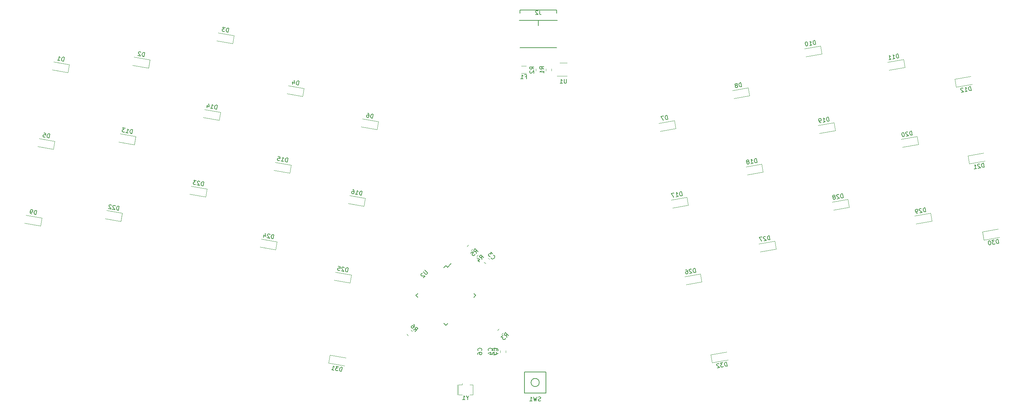
<source format=gbr>
%TF.GenerationSoftware,KiCad,Pcbnew,5.1.6*%
%TF.CreationDate,2020-09-20T21:14:14+03:00*%
%TF.ProjectId,Ball40,42616c6c-3430-42e6-9b69-6361645f7063,rev?*%
%TF.SameCoordinates,Original*%
%TF.FileFunction,Legend,Bot*%
%TF.FilePolarity,Positive*%
%FSLAX46Y46*%
G04 Gerber Fmt 4.6, Leading zero omitted, Abs format (unit mm)*
G04 Created by KiCad (PCBNEW 5.1.6) date 2020-09-20 21:14:14*
%MOMM*%
%LPD*%
G01*
G04 APERTURE LIST*
%ADD10C,0.120000*%
%ADD11C,0.150000*%
G04 APERTURE END LIST*
D10*
%TO.C,Y1*%
X129445000Y-143599000D02*
X129445000Y-143199000D01*
X129645000Y-143599000D02*
X129645000Y-143199000D01*
X133245000Y-143599000D02*
X133245000Y-143199000D01*
X129445000Y-145599000D02*
X129445000Y-143599000D01*
X130645000Y-143199000D02*
X130645000Y-142799000D01*
X130645000Y-143199000D02*
X129645000Y-143199000D01*
X129645000Y-143599000D02*
X129645000Y-145599000D01*
X129645000Y-145599000D02*
X130645000Y-145599000D01*
X132445000Y-145599000D02*
X133245000Y-145599000D01*
X133245000Y-145599000D02*
X133245000Y-143599000D01*
X133245000Y-143199000D02*
X132445000Y-143199000D01*
D11*
%TO.C,U2*%
X127025586Y-114373031D02*
X127927148Y-113471470D01*
X119300445Y-121285000D02*
X119777742Y-120807703D01*
X126619000Y-128603555D02*
X127096297Y-128126258D01*
X133937555Y-121285000D02*
X133460258Y-121762297D01*
X126619000Y-113966445D02*
X126141703Y-114443742D01*
X133937555Y-121285000D02*
X133460258Y-120807703D01*
X126619000Y-128603555D02*
X126141703Y-128126258D01*
X119300445Y-121285000D02*
X119777742Y-121762297D01*
X126619000Y-113966445D02*
X127025586Y-114373031D01*
D10*
%TO.C,U1*%
X156264000Y-67523000D02*
X153814000Y-67523000D01*
X154464000Y-64303000D02*
X156264000Y-64303000D01*
D11*
%TO.C,SW1*%
X151063000Y-140021000D02*
X145863000Y-140021000D01*
X145863000Y-140021000D02*
X145863000Y-145221000D01*
X145863000Y-145221000D02*
X151063000Y-145221000D01*
X151063000Y-145221000D02*
X151063000Y-140021000D01*
X149463000Y-142621000D02*
G75*
G03*
X149463000Y-142621000I-1000000J0D01*
G01*
D10*
%TO.C,R6*%
X117409796Y-131113888D02*
X117044112Y-130748204D01*
X118413888Y-130109796D02*
X118048204Y-129744112D01*
%TO.C,R5*%
X131776112Y-109281796D02*
X132141796Y-108916112D01*
X132780204Y-110285888D02*
X133145888Y-109920204D01*
%TO.C,R4*%
X133173112Y-110727296D02*
X133538796Y-110361612D01*
X134177204Y-111731388D02*
X134542888Y-111365704D01*
%TO.C,R3*%
X139220612Y-129855796D02*
X139586296Y-129490112D01*
X140224704Y-130859888D02*
X140590388Y-130494204D01*
%TO.C,R2*%
X150062000Y-65732922D02*
X150062000Y-66250078D01*
X148642000Y-65732922D02*
X148642000Y-66250078D01*
%TO.C,R1*%
X152475000Y-65702922D02*
X152475000Y-66220078D01*
X151055000Y-65702922D02*
X151055000Y-66220078D01*
D11*
%TO.C,J2*%
X144600000Y-53848000D02*
X153850000Y-53848000D01*
X144750000Y-60508000D02*
X153700000Y-60508000D01*
X153705000Y-52098000D02*
X153700000Y-51338000D01*
X144750000Y-51338000D02*
X153700000Y-51338000D01*
X144750000Y-51338000D02*
X144745000Y-52098000D01*
X149225000Y-53848000D02*
X149225000Y-55118000D01*
D10*
%TO.C,F1*%
X145063936Y-65003000D02*
X146268064Y-65003000D01*
X145063936Y-66823000D02*
X146268064Y-66823000D01*
%TO.C,D32*%
X191759831Y-137773516D02*
X195600581Y-137096288D01*
X191412534Y-135803901D02*
X195253285Y-135126673D01*
X191759831Y-137773516D02*
X191412534Y-135803901D01*
%TO.C,D31*%
X97940534Y-137881099D02*
X101781285Y-138558327D01*
X98287831Y-135911484D02*
X102128581Y-136588712D01*
X97940534Y-137881099D02*
X98287831Y-135911484D01*
%TO.C,D30*%
X258180831Y-107674516D02*
X262021581Y-106997288D01*
X257833534Y-105704901D02*
X261674285Y-105027673D01*
X258180831Y-107674516D02*
X257833534Y-105704901D01*
%TO.C,D29*%
X245120169Y-101113484D02*
X241279419Y-101790712D01*
X245467466Y-103083099D02*
X241626715Y-103760327D01*
X245120169Y-101113484D02*
X245467466Y-103083099D01*
%TO.C,D28*%
X224927169Y-97684484D02*
X221086419Y-98361712D01*
X225274466Y-99654099D02*
X221433715Y-100331327D01*
X224927169Y-97684484D02*
X225274466Y-99654099D01*
%TO.C,D27*%
X207020169Y-107971484D02*
X203179419Y-108648712D01*
X207367466Y-109941099D02*
X203526715Y-110618327D01*
X207020169Y-107971484D02*
X207367466Y-109941099D01*
%TO.C,D26*%
X188860169Y-115972484D02*
X185019419Y-116649712D01*
X189207466Y-117942099D02*
X185366715Y-118619327D01*
X188860169Y-115972484D02*
X189207466Y-117942099D01*
%TO.C,D25*%
X103481466Y-116245901D02*
X99640715Y-115568673D01*
X103134169Y-118215516D02*
X99293419Y-117538288D01*
X103481466Y-116245901D02*
X103134169Y-118215516D01*
%TO.C,D24*%
X85319466Y-108117901D02*
X81478715Y-107440673D01*
X84972169Y-110087516D02*
X81131419Y-109410288D01*
X85319466Y-108117901D02*
X84972169Y-110087516D01*
%TO.C,D23*%
X68175466Y-95163901D02*
X64334715Y-94486673D01*
X67828169Y-97133516D02*
X63987419Y-96456288D01*
X68175466Y-95163901D02*
X67828169Y-97133516D01*
%TO.C,D22*%
X47474466Y-101132901D02*
X43633715Y-100455673D01*
X47127169Y-103102516D02*
X43286419Y-102425288D01*
X47474466Y-101132901D02*
X47127169Y-103102516D01*
%TO.C,D21*%
X254624831Y-89005516D02*
X258465581Y-88328288D01*
X254277534Y-87035901D02*
X258118285Y-86358673D01*
X254624831Y-89005516D02*
X254277534Y-87035901D01*
%TO.C,D20*%
X241818169Y-82317484D02*
X237977419Y-82994712D01*
X242165466Y-84287099D02*
X238324715Y-84964327D01*
X241818169Y-82317484D02*
X242165466Y-84287099D01*
%TO.C,D19*%
X221498169Y-78888484D02*
X217657419Y-79565712D01*
X221845466Y-80858099D02*
X218004715Y-81535327D01*
X221498169Y-78888484D02*
X221845466Y-80858099D01*
%TO.C,D18*%
X203845169Y-89048484D02*
X200004419Y-89725712D01*
X204192466Y-91018099D02*
X200351715Y-91695327D01*
X203845169Y-89048484D02*
X204192466Y-91018099D01*
%TO.C,D17*%
X185557169Y-97176484D02*
X181716419Y-97853712D01*
X185904466Y-99146099D02*
X182063715Y-99823327D01*
X185557169Y-97176484D02*
X185904466Y-99146099D01*
%TO.C,D16*%
X106910466Y-97449901D02*
X103069715Y-96772673D01*
X106563169Y-99419516D02*
X102722419Y-98742288D01*
X106910466Y-97449901D02*
X106563169Y-99419516D01*
%TO.C,D15*%
X88749466Y-89321901D02*
X84908715Y-88644673D01*
X88402169Y-91291516D02*
X84561419Y-90614288D01*
X88749466Y-89321901D02*
X88402169Y-91291516D01*
%TO.C,D14*%
X71477466Y-76367901D02*
X67636715Y-75690673D01*
X71130169Y-78337516D02*
X67289419Y-77660288D01*
X71477466Y-76367901D02*
X71130169Y-78337516D01*
%TO.C,D13*%
X50776466Y-82336901D02*
X46935715Y-81659673D01*
X50429169Y-84306516D02*
X46588419Y-83629288D01*
X50776466Y-82336901D02*
X50429169Y-84306516D01*
%TO.C,D12*%
X251449831Y-70209516D02*
X255290581Y-69532288D01*
X251102534Y-68239901D02*
X254943285Y-67562673D01*
X251449831Y-70209516D02*
X251102534Y-68239901D01*
%TO.C,D11*%
X238516169Y-63394484D02*
X234675419Y-64071712D01*
X238863466Y-65364099D02*
X235022715Y-66041327D01*
X238516169Y-63394484D02*
X238863466Y-65364099D01*
%TO.C,D10*%
X218196169Y-60092484D02*
X214355419Y-60769712D01*
X218543466Y-62062099D02*
X214702715Y-62739327D01*
X218196169Y-60092484D02*
X218543466Y-62062099D01*
%TO.C,D9*%
X27789466Y-102275901D02*
X23948715Y-101598673D01*
X27442169Y-104245516D02*
X23601419Y-103568288D01*
X27789466Y-102275901D02*
X27442169Y-104245516D01*
%TO.C,D8*%
X200543169Y-70379484D02*
X196702419Y-71056712D01*
X200890466Y-72349099D02*
X197049715Y-73026327D01*
X200543169Y-70379484D02*
X200890466Y-72349099D01*
%TO.C,D7*%
X182509169Y-78380484D02*
X178668419Y-79057712D01*
X182856466Y-80350099D02*
X179015715Y-81027327D01*
X182509169Y-78380484D02*
X182856466Y-80350099D01*
%TO.C,D6*%
X110085466Y-78653901D02*
X106244715Y-77976673D01*
X109738169Y-80623516D02*
X105897419Y-79946288D01*
X110085466Y-78653901D02*
X109738169Y-80623516D01*
%TO.C,D5*%
X30964466Y-83479901D02*
X27123715Y-82802673D01*
X30617169Y-85449516D02*
X26776419Y-84772288D01*
X30964466Y-83479901D02*
X30617169Y-85449516D01*
%TO.C,D4*%
X91924466Y-70525901D02*
X88083715Y-69848673D01*
X91577169Y-72495516D02*
X87736419Y-71818288D01*
X91924466Y-70525901D02*
X91577169Y-72495516D01*
%TO.C,D3*%
X74779466Y-57571901D02*
X70938715Y-56894673D01*
X74432169Y-59541516D02*
X70591419Y-58864288D01*
X74779466Y-57571901D02*
X74432169Y-59541516D01*
%TO.C,D2*%
X54205466Y-63540901D02*
X50364715Y-62863673D01*
X53858169Y-65510516D02*
X50017419Y-64833288D01*
X54205466Y-63540901D02*
X53858169Y-65510516D01*
%TO.C,D1*%
X34520466Y-64683901D02*
X30679715Y-64006673D01*
X34173169Y-66653516D02*
X30332419Y-65976288D01*
X34520466Y-64683901D02*
X34173169Y-66653516D01*
%TO.C,C7*%
X141299000Y-134790922D02*
X141299000Y-135308078D01*
X139879000Y-134790922D02*
X139879000Y-135308078D01*
%TO.C,C3*%
X136332796Y-113460888D02*
X135967112Y-113095204D01*
X137336888Y-112456796D02*
X136971204Y-112091112D01*
%TO.C,Y1*%
D11*
X131921190Y-146375190D02*
X131921190Y-146851380D01*
X132254523Y-145851380D02*
X131921190Y-146375190D01*
X131587857Y-145851380D01*
X130730714Y-146851380D02*
X131302142Y-146851380D01*
X131016428Y-146851380D02*
X131016428Y-145851380D01*
X131111666Y-145994238D01*
X131206904Y-146089476D01*
X131302142Y-146137095D01*
%TO.C,U2*%
X121502576Y-115091080D02*
X122074996Y-115663500D01*
X122108668Y-115764515D01*
X122108668Y-115831859D01*
X122074996Y-115932874D01*
X121940309Y-116067561D01*
X121839294Y-116101233D01*
X121771950Y-116101233D01*
X121670935Y-116067561D01*
X121098515Y-115495141D01*
X120862813Y-115865531D02*
X120795470Y-115865531D01*
X120694454Y-115899202D01*
X120526096Y-116067561D01*
X120492424Y-116168576D01*
X120492424Y-116235920D01*
X120526096Y-116336935D01*
X120593439Y-116404279D01*
X120728126Y-116471622D01*
X121536248Y-116471622D01*
X121098515Y-116909355D01*
%TO.C,U1*%
X156125904Y-68265380D02*
X156125904Y-69074904D01*
X156078285Y-69170142D01*
X156030666Y-69217761D01*
X155935428Y-69265380D01*
X155744952Y-69265380D01*
X155649714Y-69217761D01*
X155602095Y-69170142D01*
X155554476Y-69074904D01*
X155554476Y-68265380D01*
X154554476Y-69265380D02*
X155125904Y-69265380D01*
X154840190Y-69265380D02*
X154840190Y-68265380D01*
X154935428Y-68408238D01*
X155030666Y-68503476D01*
X155125904Y-68551095D01*
%TO.C,SW1*%
X149796333Y-147089761D02*
X149653476Y-147137380D01*
X149415380Y-147137380D01*
X149320142Y-147089761D01*
X149272523Y-147042142D01*
X149224904Y-146946904D01*
X149224904Y-146851666D01*
X149272523Y-146756428D01*
X149320142Y-146708809D01*
X149415380Y-146661190D01*
X149605857Y-146613571D01*
X149701095Y-146565952D01*
X149748714Y-146518333D01*
X149796333Y-146423095D01*
X149796333Y-146327857D01*
X149748714Y-146232619D01*
X149701095Y-146185000D01*
X149605857Y-146137380D01*
X149367761Y-146137380D01*
X149224904Y-146185000D01*
X148891571Y-146137380D02*
X148653476Y-147137380D01*
X148463000Y-146423095D01*
X148272523Y-147137380D01*
X148034428Y-146137380D01*
X147129666Y-147137380D02*
X147701095Y-147137380D01*
X147415380Y-147137380D02*
X147415380Y-146137380D01*
X147510619Y-146280238D01*
X147605857Y-146375476D01*
X147701095Y-146423095D01*
%TO.C,R6*%
X118693695Y-129700006D02*
X119266115Y-129598991D01*
X119097756Y-130104067D02*
X119804863Y-129396961D01*
X119535489Y-129127586D01*
X119434474Y-129093915D01*
X119367130Y-129093915D01*
X119266115Y-129127586D01*
X119165100Y-129228602D01*
X119131428Y-129329617D01*
X119131428Y-129396961D01*
X119165100Y-129497976D01*
X119434474Y-129767350D01*
X118794710Y-128386808D02*
X118929397Y-128521495D01*
X118963069Y-128622510D01*
X118963069Y-128689854D01*
X118929397Y-128858212D01*
X118828382Y-129026571D01*
X118559008Y-129295945D01*
X118457993Y-129329617D01*
X118390649Y-129329617D01*
X118289634Y-129295945D01*
X118154947Y-129161258D01*
X118121275Y-129060243D01*
X118121275Y-128992899D01*
X118154947Y-128891884D01*
X118323306Y-128723525D01*
X118424321Y-128689854D01*
X118491664Y-128689854D01*
X118592680Y-128723525D01*
X118727367Y-128858212D01*
X118761038Y-128959228D01*
X118761038Y-129026571D01*
X118727367Y-129127586D01*
%TO.C,R5*%
X134065458Y-110969756D02*
X133964443Y-110397336D01*
X134469519Y-110565695D02*
X133762413Y-109858588D01*
X133493038Y-110127962D01*
X133459367Y-110228977D01*
X133459367Y-110296321D01*
X133493038Y-110397336D01*
X133594054Y-110498351D01*
X133695069Y-110532023D01*
X133762413Y-110532023D01*
X133863428Y-110498351D01*
X134132802Y-110228977D01*
X132718588Y-110902413D02*
X133055306Y-110565695D01*
X133425695Y-110868741D01*
X133358351Y-110868741D01*
X133257336Y-110902413D01*
X133088977Y-111070771D01*
X133055306Y-111171787D01*
X133055306Y-111239130D01*
X133088977Y-111340145D01*
X133257336Y-111508504D01*
X133358351Y-111542176D01*
X133425695Y-111542176D01*
X133526710Y-111508504D01*
X133695069Y-111340145D01*
X133728741Y-111239130D01*
X133728741Y-111171787D01*
%TO.C,R4*%
X135462458Y-112415256D02*
X135361443Y-111842836D01*
X135866519Y-112011195D02*
X135159413Y-111304088D01*
X134890038Y-111573462D01*
X134856367Y-111674477D01*
X134856367Y-111741821D01*
X134890038Y-111842836D01*
X134991054Y-111943851D01*
X135092069Y-111977523D01*
X135159413Y-111977523D01*
X135260428Y-111943851D01*
X135529802Y-111674477D01*
X134384962Y-112549943D02*
X134856367Y-113021348D01*
X134283947Y-112112210D02*
X134957382Y-112448928D01*
X134519649Y-112886661D01*
%TO.C,R3*%
X141509958Y-131543756D02*
X141408943Y-130971336D01*
X141914019Y-131139695D02*
X141206913Y-130432588D01*
X140937538Y-130701962D01*
X140903867Y-130802977D01*
X140903867Y-130870321D01*
X140937538Y-130971336D01*
X141038554Y-131072351D01*
X141139569Y-131106023D01*
X141206913Y-131106023D01*
X141307928Y-131072351D01*
X141577302Y-130802977D01*
X140567149Y-131072351D02*
X140129416Y-131510084D01*
X140634493Y-131543756D01*
X140533477Y-131644771D01*
X140499806Y-131745787D01*
X140499806Y-131813130D01*
X140533477Y-131914145D01*
X140701836Y-132082504D01*
X140802851Y-132116176D01*
X140870195Y-132116176D01*
X140971210Y-132082504D01*
X141173241Y-131880474D01*
X141206913Y-131779458D01*
X141206913Y-131712115D01*
%TO.C,R2*%
X148154380Y-65824833D02*
X147678190Y-65491500D01*
X148154380Y-65253404D02*
X147154380Y-65253404D01*
X147154380Y-65634357D01*
X147202000Y-65729595D01*
X147249619Y-65777214D01*
X147344857Y-65824833D01*
X147487714Y-65824833D01*
X147582952Y-65777214D01*
X147630571Y-65729595D01*
X147678190Y-65634357D01*
X147678190Y-65253404D01*
X147249619Y-66205785D02*
X147202000Y-66253404D01*
X147154380Y-66348642D01*
X147154380Y-66586738D01*
X147202000Y-66681976D01*
X147249619Y-66729595D01*
X147344857Y-66777214D01*
X147440095Y-66777214D01*
X147582952Y-66729595D01*
X148154380Y-66158166D01*
X148154380Y-66777214D01*
%TO.C,R1*%
X150567380Y-65794833D02*
X150091190Y-65461500D01*
X150567380Y-65223404D02*
X149567380Y-65223404D01*
X149567380Y-65604357D01*
X149615000Y-65699595D01*
X149662619Y-65747214D01*
X149757857Y-65794833D01*
X149900714Y-65794833D01*
X149995952Y-65747214D01*
X150043571Y-65699595D01*
X150091190Y-65604357D01*
X150091190Y-65223404D01*
X150567380Y-66747214D02*
X150567380Y-66175785D01*
X150567380Y-66461500D02*
X149567380Y-66461500D01*
X149710238Y-66366261D01*
X149805476Y-66271023D01*
X149853095Y-66175785D01*
%TO.C,J2*%
X149558333Y-51450380D02*
X149558333Y-52164666D01*
X149605952Y-52307523D01*
X149701190Y-52402761D01*
X149844047Y-52450380D01*
X149939285Y-52450380D01*
X149129761Y-51545619D02*
X149082142Y-51498000D01*
X148986904Y-51450380D01*
X148748809Y-51450380D01*
X148653571Y-51498000D01*
X148605952Y-51545619D01*
X148558333Y-51640857D01*
X148558333Y-51736095D01*
X148605952Y-51878952D01*
X149177380Y-52450380D01*
X148558333Y-52450380D01*
%TO.C,F1*%
X145999333Y-67661571D02*
X146332666Y-67661571D01*
X146332666Y-68185380D02*
X146332666Y-67185380D01*
X145856476Y-67185380D01*
X144951714Y-68185380D02*
X145523142Y-68185380D01*
X145237428Y-68185380D02*
X145237428Y-67185380D01*
X145332666Y-67328238D01*
X145427904Y-67423476D01*
X145523142Y-67471095D01*
%TO.C,D32*%
X195423689Y-138602265D02*
X195250040Y-137617458D01*
X195015562Y-137658802D01*
X194883145Y-137730505D01*
X194805891Y-137840834D01*
X194775534Y-137942894D01*
X194761714Y-138138746D01*
X194786521Y-138279432D01*
X194866492Y-138458746D01*
X194929926Y-138544268D01*
X195040255Y-138621521D01*
X195189211Y-138643610D01*
X195423689Y-138602265D01*
X194359024Y-137774568D02*
X193749381Y-137882064D01*
X194143802Y-138199346D01*
X194003115Y-138224153D01*
X193917593Y-138287587D01*
X193878966Y-138342751D01*
X193848609Y-138444812D01*
X193889953Y-138679290D01*
X193953387Y-138764812D01*
X194008551Y-138803438D01*
X194110612Y-138833796D01*
X194391985Y-138784182D01*
X194477508Y-138720749D01*
X194516134Y-138665584D01*
X193390754Y-138042007D02*
X193335589Y-138003381D01*
X193233529Y-137973023D01*
X192999051Y-138014368D01*
X192913529Y-138077801D01*
X192874902Y-138132966D01*
X192844545Y-138235026D01*
X192861083Y-138328817D01*
X192932785Y-138461235D01*
X193594760Y-138924755D01*
X192985117Y-139032251D01*
%TO.C,D31*%
X101099986Y-139912982D02*
X101273635Y-138928175D01*
X101039156Y-138886830D01*
X100890201Y-138908918D01*
X100779872Y-138986172D01*
X100716438Y-139071694D01*
X100636467Y-139251007D01*
X100611660Y-139391694D01*
X100625479Y-139587546D01*
X100655837Y-139689606D01*
X100733090Y-139799935D01*
X100865508Y-139871637D01*
X101099986Y-139912982D01*
X100382618Y-138771064D02*
X99772975Y-138663568D01*
X100035093Y-139096615D01*
X99894406Y-139071808D01*
X99792346Y-139102166D01*
X99737181Y-139140793D01*
X99673748Y-139226315D01*
X99632403Y-139460793D01*
X99662760Y-139562853D01*
X99701387Y-139618018D01*
X99786909Y-139681451D01*
X100068283Y-139731065D01*
X100170343Y-139700707D01*
X100225508Y-139662081D01*
X98661415Y-139482996D02*
X99224162Y-139582224D01*
X98942788Y-139532610D02*
X99116437Y-138547802D01*
X99185421Y-138705027D01*
X99262674Y-138815356D01*
X99348196Y-138878790D01*
%TO.C,D30*%
X261844689Y-108503265D02*
X261671040Y-107518458D01*
X261436562Y-107559802D01*
X261304145Y-107631505D01*
X261226891Y-107741834D01*
X261196534Y-107843894D01*
X261182714Y-108039746D01*
X261207521Y-108180432D01*
X261287492Y-108359746D01*
X261350926Y-108445268D01*
X261461255Y-108522521D01*
X261610211Y-108544610D01*
X261844689Y-108503265D01*
X260780024Y-107675568D02*
X260170381Y-107783064D01*
X260564802Y-108100346D01*
X260424115Y-108125153D01*
X260338593Y-108188587D01*
X260299966Y-108243751D01*
X260269609Y-108345812D01*
X260310953Y-108580290D01*
X260374387Y-108665812D01*
X260429551Y-108704438D01*
X260531612Y-108734796D01*
X260812985Y-108685182D01*
X260898508Y-108621749D01*
X260937134Y-108566584D01*
X259560738Y-107890561D02*
X259466947Y-107907099D01*
X259381425Y-107970532D01*
X259342798Y-108025697D01*
X259312440Y-108127757D01*
X259298621Y-108323608D01*
X259339965Y-108558086D01*
X259419937Y-108737400D01*
X259483370Y-108822922D01*
X259538535Y-108861549D01*
X259640595Y-108891906D01*
X259734386Y-108875369D01*
X259819909Y-108811935D01*
X259858535Y-108756770D01*
X259888893Y-108654710D01*
X259902713Y-108458859D01*
X259861368Y-108224381D01*
X259781396Y-108045067D01*
X259717963Y-107959545D01*
X259662798Y-107920918D01*
X259560738Y-107890561D01*
%TO.C,D29*%
X244005097Y-100754033D02*
X243831448Y-99769226D01*
X243596970Y-99810570D01*
X243464553Y-99882273D01*
X243387299Y-99992602D01*
X243356942Y-100094662D01*
X243343122Y-100290514D01*
X243367929Y-100431200D01*
X243447900Y-100610514D01*
X243511334Y-100696036D01*
X243621663Y-100773289D01*
X243770619Y-100795378D01*
X244005097Y-100754033D01*
X242910074Y-100028396D02*
X242854910Y-99989769D01*
X242752849Y-99959412D01*
X242518371Y-100000756D01*
X242432849Y-100064190D01*
X242394223Y-100119355D01*
X242363865Y-100221415D01*
X242380403Y-100315206D01*
X242452105Y-100447624D01*
X243114080Y-100911144D01*
X242504437Y-101018640D01*
X242035481Y-101101330D02*
X241847899Y-101134405D01*
X241745839Y-101104048D01*
X241690674Y-101065421D01*
X241572076Y-100941272D01*
X241492104Y-100761959D01*
X241425953Y-100386794D01*
X241456310Y-100284734D01*
X241494937Y-100229569D01*
X241580459Y-100166136D01*
X241768042Y-100133060D01*
X241870102Y-100163417D01*
X241925266Y-100202044D01*
X241988700Y-100287566D01*
X242030045Y-100522044D01*
X241999687Y-100624105D01*
X241961060Y-100679269D01*
X241875538Y-100742703D01*
X241687956Y-100775779D01*
X241585896Y-100745421D01*
X241530731Y-100706794D01*
X241467298Y-100621272D01*
%TO.C,D28*%
X223812097Y-97325033D02*
X223638448Y-96340226D01*
X223403970Y-96381570D01*
X223271553Y-96453273D01*
X223194299Y-96563602D01*
X223163942Y-96665662D01*
X223150122Y-96861514D01*
X223174929Y-97002200D01*
X223254900Y-97181514D01*
X223318334Y-97267036D01*
X223428663Y-97344289D01*
X223577619Y-97366378D01*
X223812097Y-97325033D01*
X222717074Y-96599396D02*
X222661910Y-96560769D01*
X222559849Y-96530412D01*
X222325371Y-96571756D01*
X222239849Y-96635190D01*
X222201223Y-96690355D01*
X222170865Y-96792415D01*
X222187403Y-96886206D01*
X222259105Y-97018624D01*
X222921080Y-97482144D01*
X222311437Y-97589640D01*
X221649462Y-97126120D02*
X221734985Y-97062687D01*
X221773611Y-97007522D01*
X221803969Y-96905462D01*
X221795700Y-96858566D01*
X221732266Y-96773044D01*
X221677102Y-96734417D01*
X221575042Y-96704060D01*
X221387459Y-96737136D01*
X221301937Y-96800569D01*
X221263310Y-96855734D01*
X221232953Y-96957794D01*
X221241222Y-97004690D01*
X221304655Y-97090212D01*
X221359820Y-97128838D01*
X221461880Y-97159196D01*
X221649462Y-97126120D01*
X221751523Y-97156478D01*
X221806687Y-97195105D01*
X221870121Y-97280627D01*
X221903196Y-97468209D01*
X221872839Y-97570269D01*
X221834212Y-97625434D01*
X221748690Y-97688868D01*
X221561107Y-97721943D01*
X221459047Y-97691586D01*
X221403883Y-97652959D01*
X221340449Y-97567437D01*
X221307373Y-97379854D01*
X221337731Y-97277794D01*
X221376358Y-97222630D01*
X221461880Y-97159196D01*
%TO.C,D27*%
X205905097Y-107612033D02*
X205731448Y-106627226D01*
X205496970Y-106668570D01*
X205364553Y-106740273D01*
X205287299Y-106850602D01*
X205256942Y-106952662D01*
X205243122Y-107148514D01*
X205267929Y-107289200D01*
X205347900Y-107468514D01*
X205411334Y-107554036D01*
X205521663Y-107631289D01*
X205670619Y-107653378D01*
X205905097Y-107612033D01*
X204810074Y-106886396D02*
X204754910Y-106847769D01*
X204652849Y-106817412D01*
X204418371Y-106858756D01*
X204332849Y-106922190D01*
X204294223Y-106977355D01*
X204263865Y-107079415D01*
X204280403Y-107173206D01*
X204352105Y-107305624D01*
X205014080Y-107769144D01*
X204404437Y-107876640D01*
X203902520Y-106949715D02*
X203245981Y-107065480D01*
X203841690Y-107975868D01*
%TO.C,D26*%
X187745097Y-115613033D02*
X187571448Y-114628226D01*
X187336970Y-114669570D01*
X187204553Y-114741273D01*
X187127299Y-114851602D01*
X187096942Y-114953662D01*
X187083122Y-115149514D01*
X187107929Y-115290200D01*
X187187900Y-115469514D01*
X187251334Y-115555036D01*
X187361663Y-115632289D01*
X187510619Y-115654378D01*
X187745097Y-115613033D01*
X186650074Y-114887396D02*
X186594910Y-114848769D01*
X186492849Y-114818412D01*
X186258371Y-114859756D01*
X186172849Y-114923190D01*
X186134223Y-114978355D01*
X186103865Y-115080415D01*
X186120403Y-115174206D01*
X186192105Y-115306624D01*
X186854080Y-115770144D01*
X186244437Y-115877640D01*
X185226668Y-115041674D02*
X185414251Y-115008598D01*
X185516311Y-115038955D01*
X185571475Y-115077582D01*
X185690073Y-115201731D01*
X185770045Y-115381044D01*
X185836196Y-115756209D01*
X185805839Y-115858269D01*
X185767212Y-115913434D01*
X185681690Y-115976868D01*
X185494107Y-116009943D01*
X185392047Y-115979586D01*
X185336883Y-115940959D01*
X185273449Y-115855437D01*
X185232104Y-115620959D01*
X185262462Y-115518899D01*
X185301089Y-115463734D01*
X185386611Y-115400300D01*
X185574193Y-115367225D01*
X185676254Y-115397582D01*
X185731418Y-115436209D01*
X185794852Y-115521731D01*
%TO.C,D25*%
X102556578Y-115526750D02*
X102730227Y-114541943D01*
X102495748Y-114500598D01*
X102346793Y-114522686D01*
X102236464Y-114599940D01*
X102173030Y-114685462D01*
X102093059Y-114864775D01*
X102068252Y-115005462D01*
X102082071Y-115201314D01*
X102112429Y-115303374D01*
X102189682Y-115413703D01*
X102322100Y-115485405D01*
X102556578Y-115526750D01*
X101775776Y-114470355D02*
X101737150Y-114415190D01*
X101651628Y-114351756D01*
X101417150Y-114310412D01*
X101315089Y-114340769D01*
X101259925Y-114379396D01*
X101196491Y-114464918D01*
X101179953Y-114558709D01*
X101202042Y-114707665D01*
X101665562Y-115369640D01*
X101055919Y-115262144D01*
X100338551Y-114120226D02*
X100807507Y-114202915D01*
X100771713Y-114680140D01*
X100733086Y-114624976D01*
X100647564Y-114561542D01*
X100413086Y-114520197D01*
X100311026Y-114550555D01*
X100255861Y-114589182D01*
X100192427Y-114674704D01*
X100151083Y-114909182D01*
X100181440Y-115011242D01*
X100220067Y-115066407D01*
X100305589Y-115129840D01*
X100540067Y-115171185D01*
X100642127Y-115140827D01*
X100697292Y-115102201D01*
%TO.C,D24*%
X84394578Y-107398750D02*
X84568227Y-106413943D01*
X84333748Y-106372598D01*
X84184793Y-106394686D01*
X84074464Y-106471940D01*
X84011030Y-106557462D01*
X83931059Y-106736775D01*
X83906252Y-106877462D01*
X83920071Y-107073314D01*
X83950429Y-107175374D01*
X84027682Y-107285703D01*
X84160100Y-107357405D01*
X84394578Y-107398750D01*
X83613776Y-106342355D02*
X83575150Y-106287190D01*
X83489628Y-106223756D01*
X83255150Y-106182412D01*
X83153089Y-106212769D01*
X83097925Y-106251396D01*
X83034491Y-106336918D01*
X83017953Y-106430709D01*
X83040042Y-106579665D01*
X83503562Y-107241640D01*
X82893919Y-107134144D01*
X82165563Y-106328764D02*
X82049798Y-106985302D01*
X82466193Y-105994944D02*
X82576637Y-106739723D01*
X81966994Y-106632226D01*
%TO.C,D23*%
X67250578Y-94444750D02*
X67424227Y-93459943D01*
X67189748Y-93418598D01*
X67040793Y-93440686D01*
X66930464Y-93517940D01*
X66867030Y-93603462D01*
X66787059Y-93782775D01*
X66762252Y-93923462D01*
X66776071Y-94119314D01*
X66806429Y-94221374D01*
X66883682Y-94331703D01*
X67016100Y-94403405D01*
X67250578Y-94444750D01*
X66469776Y-93388355D02*
X66431150Y-93333190D01*
X66345628Y-93269756D01*
X66111150Y-93228412D01*
X66009089Y-93258769D01*
X65953925Y-93297396D01*
X65890491Y-93382918D01*
X65873953Y-93476709D01*
X65896042Y-93625665D01*
X66359562Y-94287640D01*
X65749919Y-94180144D01*
X65595298Y-93137453D02*
X64985655Y-93029957D01*
X65247773Y-93463004D01*
X65107086Y-93438197D01*
X65005026Y-93468555D01*
X64949861Y-93507182D01*
X64886427Y-93592704D01*
X64845083Y-93827182D01*
X64875440Y-93929242D01*
X64914067Y-93984407D01*
X64999589Y-94047840D01*
X65280963Y-94097454D01*
X65383023Y-94067096D01*
X65438188Y-94028470D01*
%TO.C,D22*%
X46549578Y-100413750D02*
X46723227Y-99428943D01*
X46488748Y-99387598D01*
X46339793Y-99409686D01*
X46229464Y-99486940D01*
X46166030Y-99572462D01*
X46086059Y-99751775D01*
X46061252Y-99892462D01*
X46075071Y-100088314D01*
X46105429Y-100190374D01*
X46182682Y-100300703D01*
X46315100Y-100372405D01*
X46549578Y-100413750D01*
X45768776Y-99357355D02*
X45730150Y-99302190D01*
X45644628Y-99238756D01*
X45410150Y-99197412D01*
X45308089Y-99227769D01*
X45252925Y-99266396D01*
X45189491Y-99351918D01*
X45172953Y-99445709D01*
X45195042Y-99594665D01*
X45658562Y-100256640D01*
X45048919Y-100149144D01*
X44830864Y-99191975D02*
X44792238Y-99136811D01*
X44706715Y-99073377D01*
X44472237Y-99032032D01*
X44370177Y-99062390D01*
X44315013Y-99101017D01*
X44251579Y-99186539D01*
X44235041Y-99280330D01*
X44257130Y-99429286D01*
X44720650Y-100091261D01*
X44111007Y-99983764D01*
%TO.C,D21*%
X258288689Y-89834265D02*
X258115040Y-88849458D01*
X257880562Y-88890802D01*
X257748145Y-88962505D01*
X257670891Y-89072834D01*
X257640534Y-89174894D01*
X257626714Y-89370746D01*
X257651521Y-89511432D01*
X257731492Y-89690746D01*
X257794926Y-89776268D01*
X257905255Y-89853521D01*
X258054211Y-89875610D01*
X258288689Y-89834265D01*
X257193666Y-89108628D02*
X257138502Y-89070001D01*
X257036441Y-89039644D01*
X256801963Y-89080988D01*
X256716441Y-89144422D01*
X256677815Y-89199587D01*
X256647457Y-89301647D01*
X256663995Y-89395438D01*
X256735697Y-89527856D01*
X257397672Y-89991376D01*
X256788029Y-90098872D01*
X255850117Y-90264251D02*
X256412864Y-90165024D01*
X256131491Y-90214637D02*
X255957843Y-89229830D01*
X256076441Y-89353979D01*
X256186770Y-89431232D01*
X256288830Y-89461590D01*
%TO.C,D20*%
X240703097Y-81958033D02*
X240529448Y-80973226D01*
X240294970Y-81014570D01*
X240162553Y-81086273D01*
X240085299Y-81196602D01*
X240054942Y-81298662D01*
X240041122Y-81494514D01*
X240065929Y-81635200D01*
X240145900Y-81814514D01*
X240209334Y-81900036D01*
X240319663Y-81977289D01*
X240468619Y-81999378D01*
X240703097Y-81958033D01*
X239608074Y-81232396D02*
X239552910Y-81193769D01*
X239450849Y-81163412D01*
X239216371Y-81204756D01*
X239130849Y-81268190D01*
X239092223Y-81323355D01*
X239061865Y-81425415D01*
X239078403Y-81519206D01*
X239150105Y-81651624D01*
X239812080Y-82115144D01*
X239202437Y-82222640D01*
X238419146Y-81345329D02*
X238325355Y-81361867D01*
X238239833Y-81425300D01*
X238201206Y-81480465D01*
X238170848Y-81582525D01*
X238157029Y-81778376D01*
X238198373Y-82012854D01*
X238278345Y-82192168D01*
X238341778Y-82277690D01*
X238396943Y-82316317D01*
X238499003Y-82346674D01*
X238592794Y-82330137D01*
X238678317Y-82266703D01*
X238716943Y-82211538D01*
X238747301Y-82109478D01*
X238761121Y-81913627D01*
X238719776Y-81679149D01*
X238639804Y-81499835D01*
X238576371Y-81414313D01*
X238521206Y-81375686D01*
X238419146Y-81345329D01*
%TO.C,D19*%
X220383097Y-78529033D02*
X220209448Y-77544226D01*
X219974970Y-77585570D01*
X219842553Y-77657273D01*
X219765299Y-77767602D01*
X219734942Y-77869662D01*
X219721122Y-78065514D01*
X219745929Y-78206200D01*
X219825900Y-78385514D01*
X219889334Y-78471036D01*
X219999663Y-78548289D01*
X220148619Y-78570378D01*
X220383097Y-78529033D01*
X218882437Y-78793640D02*
X219445184Y-78694412D01*
X219163811Y-78744026D02*
X218990163Y-77759218D01*
X219108761Y-77883367D01*
X219219090Y-77960621D01*
X219321150Y-77990978D01*
X218413481Y-78876330D02*
X218225899Y-78909405D01*
X218123839Y-78879048D01*
X218068674Y-78840421D01*
X217950076Y-78716272D01*
X217870104Y-78536959D01*
X217803953Y-78161794D01*
X217834310Y-78059734D01*
X217872937Y-78004569D01*
X217958459Y-77941136D01*
X218146042Y-77908060D01*
X218248102Y-77938417D01*
X218303266Y-77977044D01*
X218366700Y-78062566D01*
X218408045Y-78297044D01*
X218377687Y-78399105D01*
X218339060Y-78454269D01*
X218253538Y-78517703D01*
X218065956Y-78550779D01*
X217963896Y-78520421D01*
X217908731Y-78481794D01*
X217845298Y-78396272D01*
%TO.C,D18*%
X202730097Y-88689033D02*
X202556448Y-87704226D01*
X202321970Y-87745570D01*
X202189553Y-87817273D01*
X202112299Y-87927602D01*
X202081942Y-88029662D01*
X202068122Y-88225514D01*
X202092929Y-88366200D01*
X202172900Y-88545514D01*
X202236334Y-88631036D01*
X202346663Y-88708289D01*
X202495619Y-88730378D01*
X202730097Y-88689033D01*
X201229437Y-88953640D02*
X201792184Y-88854412D01*
X201510811Y-88904026D02*
X201337163Y-87919218D01*
X201455761Y-88043367D01*
X201566090Y-88120621D01*
X201668150Y-88150978D01*
X200567462Y-88490120D02*
X200652985Y-88426687D01*
X200691611Y-88371522D01*
X200721969Y-88269462D01*
X200713700Y-88222566D01*
X200650266Y-88137044D01*
X200595102Y-88098417D01*
X200493042Y-88068060D01*
X200305459Y-88101136D01*
X200219937Y-88164569D01*
X200181310Y-88219734D01*
X200150953Y-88321794D01*
X200159222Y-88368690D01*
X200222655Y-88454212D01*
X200277820Y-88492838D01*
X200379880Y-88523196D01*
X200567462Y-88490120D01*
X200669523Y-88520478D01*
X200724687Y-88559105D01*
X200788121Y-88644627D01*
X200821196Y-88832209D01*
X200790839Y-88934269D01*
X200752212Y-88989434D01*
X200666690Y-89052868D01*
X200479107Y-89085943D01*
X200377047Y-89055586D01*
X200321883Y-89016959D01*
X200258449Y-88931437D01*
X200225373Y-88743854D01*
X200255731Y-88641794D01*
X200294358Y-88586630D01*
X200379880Y-88523196D01*
%TO.C,D17*%
X184442097Y-96817033D02*
X184268448Y-95832226D01*
X184033970Y-95873570D01*
X183901553Y-95945273D01*
X183824299Y-96055602D01*
X183793942Y-96157662D01*
X183780122Y-96353514D01*
X183804929Y-96494200D01*
X183884900Y-96673514D01*
X183948334Y-96759036D01*
X184058663Y-96836289D01*
X184207619Y-96858378D01*
X184442097Y-96817033D01*
X182941437Y-97081640D02*
X183504184Y-96982412D01*
X183222811Y-97032026D02*
X183049163Y-96047218D01*
X183167761Y-96171367D01*
X183278090Y-96248621D01*
X183380150Y-96278978D01*
X182439520Y-96154715D02*
X181782981Y-96270480D01*
X182378690Y-97180868D01*
%TO.C,D16*%
X105985578Y-96730750D02*
X106159227Y-95745943D01*
X105924748Y-95704598D01*
X105775793Y-95726686D01*
X105665464Y-95803940D01*
X105602030Y-95889462D01*
X105522059Y-96068775D01*
X105497252Y-96209462D01*
X105511071Y-96405314D01*
X105541429Y-96507374D01*
X105618682Y-96617703D01*
X105751100Y-96689405D01*
X105985578Y-96730750D01*
X104484919Y-96466144D02*
X105047666Y-96565371D01*
X104766293Y-96515757D02*
X104939941Y-95530950D01*
X105008925Y-95688174D01*
X105086178Y-95798503D01*
X105171701Y-95861937D01*
X103814446Y-95332494D02*
X104002029Y-95365570D01*
X104087551Y-95429004D01*
X104126178Y-95484168D01*
X104195162Y-95641393D01*
X104208982Y-95837245D01*
X104142830Y-96212409D01*
X104079396Y-96297932D01*
X104024232Y-96336558D01*
X103922172Y-96366916D01*
X103734589Y-96333840D01*
X103649067Y-96270407D01*
X103610440Y-96215242D01*
X103580083Y-96113182D01*
X103621427Y-95878704D01*
X103684861Y-95793182D01*
X103740026Y-95754555D01*
X103842086Y-95724197D01*
X104029668Y-95757273D01*
X104115190Y-95820707D01*
X104153817Y-95875871D01*
X104184175Y-95977931D01*
%TO.C,D15*%
X87824578Y-88602750D02*
X87998227Y-87617943D01*
X87763748Y-87576598D01*
X87614793Y-87598686D01*
X87504464Y-87675940D01*
X87441030Y-87761462D01*
X87361059Y-87940775D01*
X87336252Y-88081462D01*
X87350071Y-88277314D01*
X87380429Y-88379374D01*
X87457682Y-88489703D01*
X87590100Y-88561405D01*
X87824578Y-88602750D01*
X86323919Y-88338144D02*
X86886666Y-88437371D01*
X86605293Y-88387757D02*
X86778941Y-87402950D01*
X86847925Y-87560174D01*
X86925178Y-87670503D01*
X87010701Y-87733937D01*
X85606551Y-87196226D02*
X86075507Y-87278915D01*
X86039713Y-87756140D01*
X86001086Y-87700976D01*
X85915564Y-87637542D01*
X85681086Y-87596197D01*
X85579026Y-87626555D01*
X85523861Y-87665182D01*
X85460427Y-87750704D01*
X85419083Y-87985182D01*
X85449440Y-88087242D01*
X85488067Y-88142407D01*
X85573589Y-88205840D01*
X85808067Y-88247185D01*
X85910127Y-88216827D01*
X85965292Y-88178201D01*
%TO.C,D14*%
X70552578Y-75648750D02*
X70726227Y-74663943D01*
X70491748Y-74622598D01*
X70342793Y-74644686D01*
X70232464Y-74721940D01*
X70169030Y-74807462D01*
X70089059Y-74986775D01*
X70064252Y-75127462D01*
X70078071Y-75323314D01*
X70108429Y-75425374D01*
X70185682Y-75535703D01*
X70318100Y-75607405D01*
X70552578Y-75648750D01*
X69051919Y-75384144D02*
X69614666Y-75483371D01*
X69333293Y-75433757D02*
X69506941Y-74448950D01*
X69575925Y-74606174D01*
X69653178Y-74716503D01*
X69738701Y-74779937D01*
X68323563Y-74578764D02*
X68207798Y-75235302D01*
X68624193Y-74244944D02*
X68734637Y-74989723D01*
X68124994Y-74882226D01*
%TO.C,D13*%
X49851578Y-81617750D02*
X50025227Y-80632943D01*
X49790748Y-80591598D01*
X49641793Y-80613686D01*
X49531464Y-80690940D01*
X49468030Y-80776462D01*
X49388059Y-80955775D01*
X49363252Y-81096462D01*
X49377071Y-81292314D01*
X49407429Y-81394374D01*
X49484682Y-81504703D01*
X49617100Y-81576405D01*
X49851578Y-81617750D01*
X48350919Y-81353144D02*
X48913666Y-81452371D01*
X48632293Y-81402757D02*
X48805941Y-80417950D01*
X48874925Y-80575174D01*
X48952178Y-80685503D01*
X49037701Y-80748937D01*
X48196298Y-80310453D02*
X47586655Y-80202957D01*
X47848773Y-80636004D01*
X47708086Y-80611197D01*
X47606026Y-80641555D01*
X47550861Y-80680182D01*
X47487427Y-80765704D01*
X47446083Y-81000182D01*
X47476440Y-81102242D01*
X47515067Y-81157407D01*
X47600589Y-81220840D01*
X47881963Y-81270454D01*
X47984023Y-81240096D01*
X48039188Y-81201470D01*
%TO.C,D12*%
X255113689Y-71038265D02*
X254940040Y-70053458D01*
X254705562Y-70094802D01*
X254573145Y-70166505D01*
X254495891Y-70276834D01*
X254465534Y-70378894D01*
X254451714Y-70574746D01*
X254476521Y-70715432D01*
X254556492Y-70894746D01*
X254619926Y-70980268D01*
X254730255Y-71057521D01*
X254879211Y-71079610D01*
X255113689Y-71038265D01*
X253613029Y-71302872D02*
X254175776Y-71203644D01*
X253894403Y-71253258D02*
X253720755Y-70268450D01*
X253839353Y-70392599D01*
X253949682Y-70469853D01*
X254051742Y-70500210D01*
X253080754Y-70478007D02*
X253025589Y-70439381D01*
X252923529Y-70409023D01*
X252689051Y-70450368D01*
X252603529Y-70513801D01*
X252564902Y-70568966D01*
X252534545Y-70671026D01*
X252551083Y-70764817D01*
X252622785Y-70897235D01*
X253284760Y-71360755D01*
X252675117Y-71468251D01*
%TO.C,D11*%
X237401097Y-63035033D02*
X237227448Y-62050226D01*
X236992970Y-62091570D01*
X236860553Y-62163273D01*
X236783299Y-62273602D01*
X236752942Y-62375662D01*
X236739122Y-62571514D01*
X236763929Y-62712200D01*
X236843900Y-62891514D01*
X236907334Y-62977036D01*
X237017663Y-63054289D01*
X237166619Y-63076378D01*
X237401097Y-63035033D01*
X235900437Y-63299640D02*
X236463184Y-63200412D01*
X236181811Y-63250026D02*
X236008163Y-62265218D01*
X236126761Y-62389367D01*
X236237090Y-62466621D01*
X236339150Y-62496978D01*
X234962525Y-63465019D02*
X235525272Y-63365792D01*
X235243899Y-63415405D02*
X235070251Y-62430598D01*
X235188849Y-62554747D01*
X235299178Y-62632000D01*
X235401238Y-62662358D01*
%TO.C,D10*%
X217081097Y-59733033D02*
X216907448Y-58748226D01*
X216672970Y-58789570D01*
X216540553Y-58861273D01*
X216463299Y-58971602D01*
X216432942Y-59073662D01*
X216419122Y-59269514D01*
X216443929Y-59410200D01*
X216523900Y-59589514D01*
X216587334Y-59675036D01*
X216697663Y-59752289D01*
X216846619Y-59774378D01*
X217081097Y-59733033D01*
X215580437Y-59997640D02*
X216143184Y-59898412D01*
X215861811Y-59948026D02*
X215688163Y-58963218D01*
X215806761Y-59087367D01*
X215917090Y-59164621D01*
X216019150Y-59194978D01*
X214797146Y-59120329D02*
X214703355Y-59136867D01*
X214617833Y-59200300D01*
X214579206Y-59255465D01*
X214548848Y-59357525D01*
X214535029Y-59553376D01*
X214576373Y-59787854D01*
X214656345Y-59967168D01*
X214719778Y-60052690D01*
X214774943Y-60091317D01*
X214877003Y-60121674D01*
X214970794Y-60105137D01*
X215056317Y-60041703D01*
X215094943Y-59986538D01*
X215125301Y-59884478D01*
X215139121Y-59688627D01*
X215097776Y-59454149D01*
X215017804Y-59274835D01*
X214954371Y-59189313D01*
X214899206Y-59150686D01*
X214797146Y-59120329D01*
%TO.C,D9*%
X26395622Y-101474061D02*
X26569270Y-100489253D01*
X26334792Y-100447908D01*
X26185837Y-100469997D01*
X26075508Y-100547250D01*
X26012074Y-100632772D01*
X25932103Y-100812086D01*
X25907296Y-100952773D01*
X25921115Y-101148624D01*
X25951473Y-101250684D01*
X26028726Y-101361013D01*
X26161144Y-101432716D01*
X26395622Y-101474061D01*
X25363919Y-101292144D02*
X25176336Y-101259068D01*
X25090814Y-101195634D01*
X25052188Y-101140470D01*
X24983203Y-100983245D01*
X24969383Y-100787393D01*
X25035535Y-100412229D01*
X25098969Y-100326706D01*
X25154133Y-100288080D01*
X25256193Y-100257722D01*
X25443776Y-100290798D01*
X25529298Y-100354231D01*
X25567925Y-100409396D01*
X25598282Y-100511456D01*
X25556938Y-100745934D01*
X25493504Y-100831456D01*
X25438340Y-100870083D01*
X25336279Y-100900441D01*
X25148697Y-100867365D01*
X25063175Y-100803931D01*
X25024548Y-100748767D01*
X24994190Y-100646707D01*
%TO.C,D8*%
X198959141Y-70102723D02*
X198785492Y-69117915D01*
X198551014Y-69159260D01*
X198418596Y-69230962D01*
X198341343Y-69341292D01*
X198310985Y-69443352D01*
X198297166Y-69639203D01*
X198321973Y-69779890D01*
X198401944Y-69959203D01*
X198465378Y-70044726D01*
X198575707Y-70121979D01*
X198724663Y-70144068D01*
X198959141Y-70102723D01*
X197734418Y-69738431D02*
X197819941Y-69674997D01*
X197858567Y-69619833D01*
X197888925Y-69517772D01*
X197880656Y-69470877D01*
X197817223Y-69385355D01*
X197762058Y-69346728D01*
X197659998Y-69316370D01*
X197472415Y-69349446D01*
X197386893Y-69412880D01*
X197348266Y-69468044D01*
X197317909Y-69570104D01*
X197326178Y-69617000D01*
X197389611Y-69702522D01*
X197444776Y-69741149D01*
X197546836Y-69771506D01*
X197734418Y-69738431D01*
X197836479Y-69768788D01*
X197891643Y-69807415D01*
X197955077Y-69892937D01*
X197988153Y-70080520D01*
X197957795Y-70182580D01*
X197919168Y-70237744D01*
X197833646Y-70301178D01*
X197646064Y-70334254D01*
X197544003Y-70303896D01*
X197488839Y-70265269D01*
X197425405Y-70179747D01*
X197392329Y-69992165D01*
X197422687Y-69890105D01*
X197461314Y-69834940D01*
X197546836Y-69771506D01*
%TO.C,D7*%
X180925141Y-78103723D02*
X180751492Y-77118915D01*
X180517014Y-77160260D01*
X180384596Y-77231962D01*
X180307343Y-77342292D01*
X180276985Y-77444352D01*
X180263166Y-77640203D01*
X180287973Y-77780890D01*
X180367944Y-77960203D01*
X180431378Y-78045726D01*
X180541707Y-78122979D01*
X180690663Y-78145068D01*
X180925141Y-78103723D01*
X179860476Y-77276025D02*
X179203937Y-77391791D01*
X179799646Y-78302178D01*
%TO.C,D6*%
X108691622Y-77852061D02*
X108865270Y-76867253D01*
X108630792Y-76825908D01*
X108481837Y-76847997D01*
X108371508Y-76925250D01*
X108308074Y-77010772D01*
X108228103Y-77190086D01*
X108203296Y-77330773D01*
X108217115Y-77526624D01*
X108247473Y-77628684D01*
X108324726Y-77739013D01*
X108457144Y-77810716D01*
X108691622Y-77852061D01*
X107458402Y-76619184D02*
X107645985Y-76652260D01*
X107731507Y-76715693D01*
X107770134Y-76770858D01*
X107839118Y-76928083D01*
X107852938Y-77123934D01*
X107786786Y-77499099D01*
X107723352Y-77584621D01*
X107668188Y-77623248D01*
X107566128Y-77653606D01*
X107378545Y-77620530D01*
X107293023Y-77557096D01*
X107254396Y-77501932D01*
X107224039Y-77399871D01*
X107265383Y-77165393D01*
X107328817Y-77079871D01*
X107383982Y-77041245D01*
X107486042Y-77010887D01*
X107673624Y-77043963D01*
X107759146Y-77107396D01*
X107797773Y-77162561D01*
X107828131Y-77264621D01*
%TO.C,D5*%
X29570622Y-82678061D02*
X29744270Y-81693253D01*
X29509792Y-81651908D01*
X29360837Y-81673997D01*
X29250508Y-81751250D01*
X29187074Y-81836772D01*
X29107103Y-82016086D01*
X29082296Y-82156773D01*
X29096115Y-82352624D01*
X29126473Y-82454684D01*
X29203726Y-82565013D01*
X29336144Y-82636716D01*
X29570622Y-82678061D01*
X28290507Y-81436915D02*
X28759463Y-81519605D01*
X28723669Y-81996830D01*
X28685042Y-81941665D01*
X28599520Y-81878232D01*
X28365042Y-81836887D01*
X28262982Y-81867245D01*
X28207817Y-81905871D01*
X28144383Y-81991393D01*
X28103039Y-82225871D01*
X28133396Y-82327932D01*
X28172023Y-82383096D01*
X28257545Y-82446530D01*
X28492023Y-82487875D01*
X28594083Y-82457517D01*
X28649248Y-82418890D01*
%TO.C,D4*%
X90530622Y-69724061D02*
X90704270Y-68739253D01*
X90469792Y-68697908D01*
X90320837Y-68719997D01*
X90210508Y-68797250D01*
X90147074Y-68882772D01*
X90067103Y-69062086D01*
X90042296Y-69202773D01*
X90056115Y-69398624D01*
X90086473Y-69500684D01*
X90163726Y-69611013D01*
X90296144Y-69682716D01*
X90530622Y-69724061D01*
X89239520Y-68819453D02*
X89123754Y-69475992D01*
X89540149Y-68485633D02*
X89650593Y-69230412D01*
X89040950Y-69122916D01*
%TO.C,D3*%
X73385622Y-56770061D02*
X73559270Y-55785253D01*
X73324792Y-55743908D01*
X73175837Y-55765997D01*
X73065508Y-55843250D01*
X73002074Y-55928772D01*
X72922103Y-56108086D01*
X72897296Y-56248773D01*
X72911115Y-56444624D01*
X72941473Y-56546684D01*
X73018726Y-56657013D01*
X73151144Y-56728716D01*
X73385622Y-56770061D01*
X72668254Y-55628143D02*
X72058611Y-55520646D01*
X72320729Y-55953694D01*
X72180042Y-55928887D01*
X72077982Y-55959245D01*
X72022817Y-55997871D01*
X71959383Y-56083393D01*
X71918039Y-56317871D01*
X71948396Y-56419932D01*
X71987023Y-56475096D01*
X72072545Y-56538530D01*
X72353919Y-56588144D01*
X72455979Y-56557786D01*
X72511144Y-56519159D01*
%TO.C,D2*%
X52811622Y-62739061D02*
X52985270Y-61754253D01*
X52750792Y-61712908D01*
X52601837Y-61734997D01*
X52491508Y-61812250D01*
X52428074Y-61897772D01*
X52348103Y-62077086D01*
X52323296Y-62217773D01*
X52337115Y-62413624D01*
X52367473Y-62515684D01*
X52444726Y-62626013D01*
X52577144Y-62697716D01*
X52811622Y-62739061D01*
X52030820Y-61682665D02*
X51992194Y-61627500D01*
X51906671Y-61564067D01*
X51672193Y-61522722D01*
X51570133Y-61553080D01*
X51514969Y-61591706D01*
X51451535Y-61677229D01*
X51434997Y-61771020D01*
X51457086Y-61919976D01*
X51920606Y-62581950D01*
X51310963Y-62474454D01*
%TO.C,D1*%
X33126622Y-63882061D02*
X33300270Y-62897253D01*
X33065792Y-62855908D01*
X32916837Y-62877997D01*
X32806508Y-62955250D01*
X32743074Y-63040772D01*
X32663103Y-63220086D01*
X32638296Y-63360773D01*
X32652115Y-63556624D01*
X32682473Y-63658684D01*
X32759726Y-63769013D01*
X32892144Y-63840716D01*
X33126622Y-63882061D01*
X31625963Y-63617454D02*
X32188710Y-63716681D01*
X31907336Y-63667068D02*
X32080985Y-62682260D01*
X32149969Y-62839485D01*
X32227222Y-62949814D01*
X32312745Y-63013247D01*
%TO.C,C7*%
X139296142Y-134882833D02*
X139343761Y-134835214D01*
X139391380Y-134692357D01*
X139391380Y-134597119D01*
X139343761Y-134454261D01*
X139248523Y-134359023D01*
X139153285Y-134311404D01*
X138962809Y-134263785D01*
X138819952Y-134263785D01*
X138629476Y-134311404D01*
X138534238Y-134359023D01*
X138439000Y-134454261D01*
X138391380Y-134597119D01*
X138391380Y-134692357D01*
X138439000Y-134835214D01*
X138486619Y-134882833D01*
X138391380Y-135216166D02*
X138391380Y-135882833D01*
X139391380Y-135454261D01*
%TO.C,C6*%
X135331142Y-134834333D02*
X135378761Y-134786714D01*
X135426380Y-134643857D01*
X135426380Y-134548619D01*
X135378761Y-134405761D01*
X135283523Y-134310523D01*
X135188285Y-134262904D01*
X134997809Y-134215285D01*
X134854952Y-134215285D01*
X134664476Y-134262904D01*
X134569238Y-134310523D01*
X134474000Y-134405761D01*
X134426380Y-134548619D01*
X134426380Y-134643857D01*
X134474000Y-134786714D01*
X134521619Y-134834333D01*
X134426380Y-135691476D02*
X134426380Y-135501000D01*
X134474000Y-135405761D01*
X134521619Y-135358142D01*
X134664476Y-135262904D01*
X134854952Y-135215285D01*
X135235904Y-135215285D01*
X135331142Y-135262904D01*
X135378761Y-135310523D01*
X135426380Y-135405761D01*
X135426380Y-135596238D01*
X135378761Y-135691476D01*
X135331142Y-135739095D01*
X135235904Y-135786714D01*
X134997809Y-135786714D01*
X134902571Y-135739095D01*
X134854952Y-135691476D01*
X134807333Y-135596238D01*
X134807333Y-135405761D01*
X134854952Y-135310523D01*
X134902571Y-135262904D01*
X134997809Y-135215285D01*
%TO.C,C5*%
X138941142Y-134834333D02*
X138988761Y-134786714D01*
X139036380Y-134643857D01*
X139036380Y-134548619D01*
X138988761Y-134405761D01*
X138893523Y-134310523D01*
X138798285Y-134262904D01*
X138607809Y-134215285D01*
X138464952Y-134215285D01*
X138274476Y-134262904D01*
X138179238Y-134310523D01*
X138084000Y-134405761D01*
X138036380Y-134548619D01*
X138036380Y-134643857D01*
X138084000Y-134786714D01*
X138131619Y-134834333D01*
X138036380Y-135739095D02*
X138036380Y-135262904D01*
X138512571Y-135215285D01*
X138464952Y-135262904D01*
X138417333Y-135358142D01*
X138417333Y-135596238D01*
X138464952Y-135691476D01*
X138512571Y-135739095D01*
X138607809Y-135786714D01*
X138845904Y-135786714D01*
X138941142Y-135739095D01*
X138988761Y-135691476D01*
X139036380Y-135596238D01*
X139036380Y-135358142D01*
X138988761Y-135262904D01*
X138941142Y-135215285D01*
%TO.C,C4*%
X137871142Y-134834333D02*
X137918761Y-134786714D01*
X137966380Y-134643857D01*
X137966380Y-134548619D01*
X137918761Y-134405761D01*
X137823523Y-134310523D01*
X137728285Y-134262904D01*
X137537809Y-134215285D01*
X137394952Y-134215285D01*
X137204476Y-134262904D01*
X137109238Y-134310523D01*
X137014000Y-134405761D01*
X136966380Y-134548619D01*
X136966380Y-134643857D01*
X137014000Y-134786714D01*
X137061619Y-134834333D01*
X137299714Y-135691476D02*
X137966380Y-135691476D01*
X136918761Y-135453380D02*
X137633047Y-135215285D01*
X137633047Y-135834333D01*
%TO.C,C3*%
X137684038Y-111979663D02*
X137684038Y-112047006D01*
X137751382Y-112181693D01*
X137818726Y-112249037D01*
X137953413Y-112316380D01*
X138088100Y-112316380D01*
X138189115Y-112282709D01*
X138357474Y-112181693D01*
X138458489Y-112080678D01*
X138559504Y-111912319D01*
X138593176Y-111811304D01*
X138593176Y-111676617D01*
X138525832Y-111541930D01*
X138458489Y-111474586D01*
X138323802Y-111407243D01*
X138256458Y-111407243D01*
X138088100Y-111104197D02*
X137650367Y-110666464D01*
X137616695Y-111171541D01*
X137515680Y-111070525D01*
X137414664Y-111036854D01*
X137347321Y-111036854D01*
X137246306Y-111070525D01*
X137077947Y-111238884D01*
X137044275Y-111339899D01*
X137044275Y-111407243D01*
X137077947Y-111508258D01*
X137279977Y-111710289D01*
X137380993Y-111743961D01*
X137448336Y-111743961D01*
%TD*%
M02*

</source>
